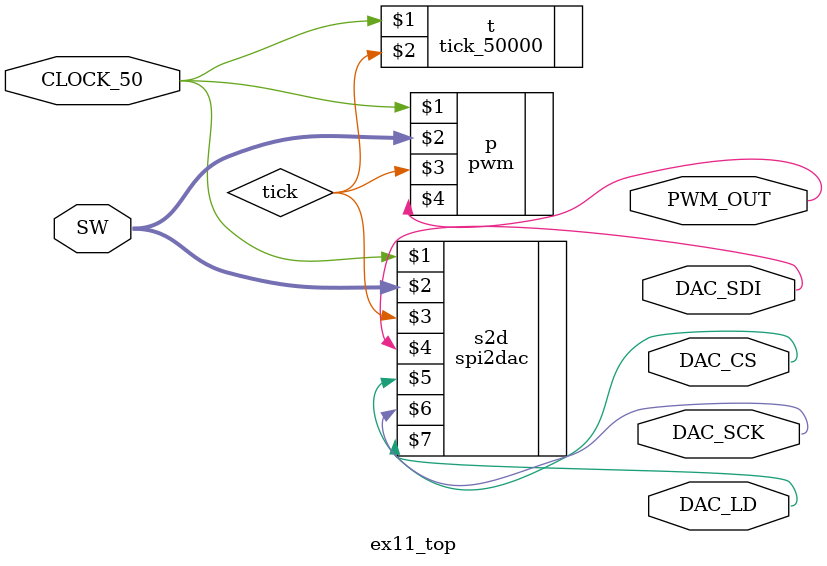
<source format=v>
module ex11_top(SW, CLOCK_50, DAC_CS, DAC_SDI, DAC_LD, DAC_SCK, PWM_OUT);
	input [9:0] SW;
	input CLOCK_50;
	output DAC_CS;
	output DAC_SDI;
	output DAC_LD;
	output DAC_SCK;
	output PWM_OUT;
	
	wire tick;
	
	tick_50000 t(CLOCK_50, tick);
	pwm p(CLOCK_50, SW, tick, PWM_OUT);
	spi2dac s2d (CLOCK_50, SW, tick, DAC_SDI, DAC_CS, DAC_SCK, DAC_LD);

endmodule
</source>
